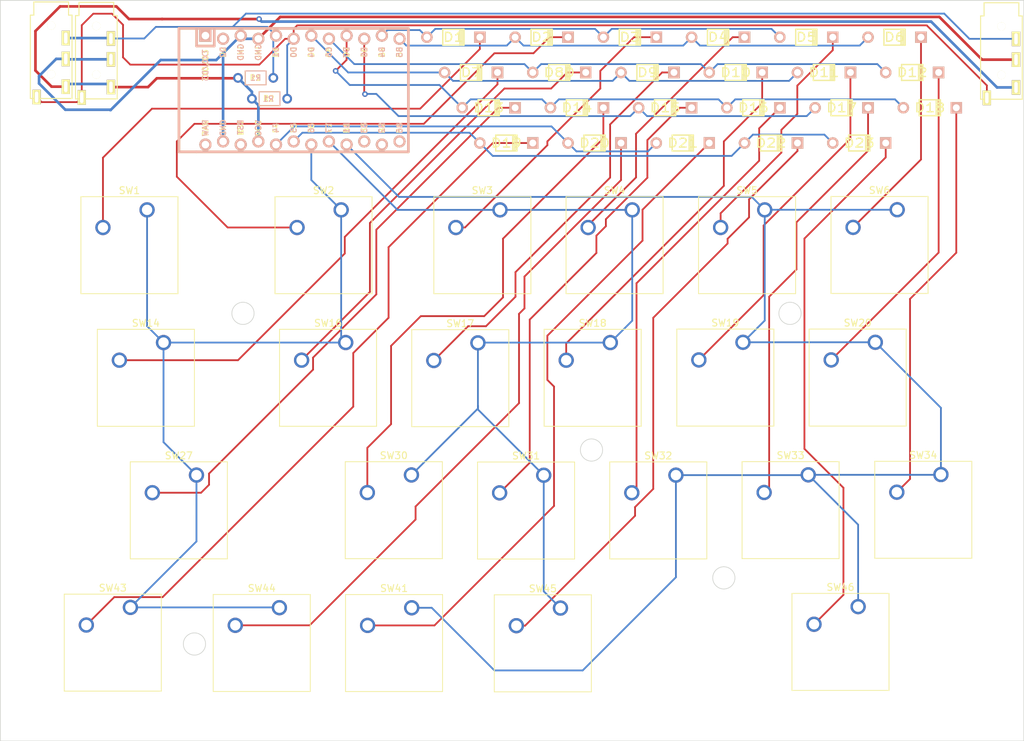
<source format=kicad_pcb>
(kicad_pcb (version 20221018) (generator pcbnew)
  (layers (0 "F.Cu" signal) (31 "B.Cu" signal) (34 "B.Paste" user) (35 "F.Paste" user) (36 "B.SilkS" user "B.Silkscreen") (37 "F.SilkS" user "F.Silkscreen") (38 "B.Mask" user) (39 "F.Mask" user) (44 "Edge.Cuts" user))
  (net 0 "")
  (net 1 "GND")
  (net 2 "VCC")
  (net 3 "SCL")
  (net 4 "SDA")
  (net 5 "col2")
  (net 6 "Net-(D42-A)")
  (net 7 "col0")
  (net 8 "Net-(D25-A)")
  (net 9 "Net-(D41-A)")
  (net 10 "Net-(D14-A)")
  (net 11 "Net-(D1-A)")
  (net 12 "Net-(D38-A)")
  (net 13 "col1")
  (net 14 "Net-(D40-A)")
  (net 15 "Net-(D16-A)")
  (net 16 "Net-(D17-A)")
  (net 17 "Net-(D18-A)")
  (net 18 "Net-(D19-A)")
  (net 19 "Net-(D3-A)")
  (net 20 "Net-(D4-A)")
  (net 21 "Net-(D5-A)")
  (net 22 "Net-(D28-A)")
  (net 23 "Net-(D29-A)")
  (net 24 "Net-(D30-A)")
  (net 25 "col3")
  (net 26 "Net-(D31-A)")
  (net 27 "Net-(D27-A)")
  (net 28 "Net-(D6-A)")
  (net 29 "Net-(D39-A)")
  (net 30 "Net-(D2-A)")
  (net 31 "Net-(D15-A)")
  (net 32 "rowA")
  (net 33 "rowB")
  (net 34 "rowF")
  (net 35 "rowE")
  (net 36 "rowD")
  (net 37 "rowC")
  (net 38 "rowG")
  (net 39 "rowH")
  (footprint "Button_Switch_Keyboard:SW_Cherry_MX_1.00u_PCB" (layer "F.Cu") (at 104.895345 103.921782)
    (fp_text reference "SW30")
    (fp_text value "KEYSW")
  )
  (footprint "Library:Diode" (layer "F.Cu") (at 179.51 51.0286)
    (fp_text reference "D18")
    (fp_text value "VAL**" hide)
  )
  (footprint "Library:Diode" (layer "F.Cu") (at 128.71 51.0286)
    (fp_text reference "D14")
    (fp_text value "VAL**" hide)
  )
  (footprint "Button_Switch_Keyboard:SW_Cherry_MX_1.00u_PCB" (layer "F.Cu") (at 142.962981 103.948147)
    (fp_text reference "SW32")
    (fp_text value "KEYSW")
  )
  (footprint "Library:Diode" (layer "F.Cu") (at 166.81 51.0286)
    (fp_text reference "D17")
    (fp_text value "VAL**" hide)
  )
  (footprint "Library:Diode" (layer "F.Cu") (at 161.73 40.8686)
    (fp_text reference "D5")
    (fp_text value "VAL**" hide)
  )
  (footprint "Button_Switch_Keyboard:SW_Cherry_MX_1.75u_PCB" (layer "F.Cu") (at 69.207054 84.851708)
    (fp_text reference "SW14")
    (fp_text value "KEYSW")
  )
  (footprint "Button_Switch_Keyboard:SW_Cherry_MX_1.00u_PCB" (layer "F.Cu") (at 181.107927 103.864219)
    (fp_text reference "SW34")
    (fp_text value "KEYSW")
  )
  (footprint "Library:TRRS" (layer "F.Cu") (at 59.538749 37.755427)
    (fp_text reference "J2" hide)
    (fp_text value "4PIN" hide)
  )
  (footprint "Button_Switch_Keyboard:SW_Cherry_MX_1.00u_PCB" (layer "F.Cu") (at 136.675018 65.739088)
    (fp_text reference "SW4")
    (fp_text value "KEYSW")
  )
  (footprint "Library:Diode" (layer "F.Cu") (at 154.11 51.0286)
    (fp_text reference "D16")
    (fp_text value "VAL**" hide)
  )
  (footprint "Button_Switch_Keyboard:SW_Cherry_MX_2.25u_PCB" (layer "F.Cu") (at 73.949236 103.939636)
    (fp_text reference "SW27")
    (fp_text value "KEYSW")
  )
  (footprint "Library:Diode" (layer "F.Cu") (at 143.95 56.1086)
    (fp_text reference "D21")
    (fp_text value "VAL**" hide)
  )
  (footprint "Library:Diode" (layer "F.Cu") (at 169.35 56.1086)
    (fp_text reference "D23")
    (fp_text value "VAL**" hide)
  )
  (footprint "Button_Switch_Keyboard:SW_Cherry_MX_1.00u_PCB" (layer "F.Cu") (at 174.813382 65.719273)
    (fp_text reference "SW6")
    (fp_text value "KEYSW")
  )
  (footprint "Library:Diode" (layer "F.Cu") (at 141.41 51.0286)
    (fp_text reference "D15")
    (fp_text value "VAL**" hide)
  )
  (footprint "Button_Switch_Keyboard:SW_Cherry_MX_1.00u_PCB" (layer "F.Cu") (at 162.012072 103.906183)
    (fp_text reference "SW33")
    (fp_text value "KEYSW")
  )
  (footprint "Button_Switch_Keyboard:SW_Cherry_MX_1.00u_PCB" (layer "F.Cu") (at 114.463054 84.896689)
    (fp_text reference "SW17")
    (fp_text value "KEYSW")
  )
  (footprint "Button_Switch_Keyboard:SW_Cherry_MX_1.00u_PCB" (layer "F.Cu") (at 94.78 65.74)
    (fp_text reference "SW2")
    (fp_text value "KEYSW")
  )
  (footprint "Button_Switch_Keyboard:SW_Cherry_MX_1.50u_PCB" (layer "F.Cu") (at 66.84 65.74)
    (fp_text reference "SW1")
    (fp_text value "KEYSW")
  )
  (footprint "Library:Diode" (layer "F.Cu") (at 149.03 40.8686)
    (fp_text reference "D4")
    (fp_text value "VAL**" hide)
  )
  (footprint "Button_Switch_Keyboard:SW_Cherry_MX_1.25u_PCB" (layer "F.Cu") (at 126.345347 123.093781)
    (fp_text reference "SW45")
    (fp_text value "KEYSW")
  )
  (footprint "Button_Switch_Keyboard:SW_Cherry_MX_1.00u_PCB" (layer "F.Cu") (at 152.614617 84.812728)
    (fp_text reference "SW19")
    (fp_text value "KEYSW")
  )
  (footprint "Button_Switch_Keyboard:SW_Cherry_MX_1.00u_PCB" (layer "F.Cu") (at 104.932509 123.053601)
    (fp_text reference "SW41")
    (fp_text value "KEYSW")
  )
  (footprint "Button_Switch_Keyboard:SW_Cherry_MX_1.25u_PCB" (layer "F.Cu") (at 64.445381 122.999055)
    (fp_text reference "SW43")
    (fp_text value "KEYSW")
  )
  (footprint "Library:RESISTOR" (layer "F.Cu") (at 82.47 46.7286)
    (fp_text reference "R1")
    (fp_text value "R" hide)
  )
  (footprint "Library:Diode" (layer "F.Cu") (at 116.01 51.0286)
    (fp_text reference "D13")
    (fp_text value "VAL**" hide)
  )
  (footprint "Library:Diode" (layer "F.Cu") (at 131.25 56.1086)
    (fp_text reference "D20")
    (fp_text value "VAL**" hide)
  )
  (footprint "Library:Diode" (layer "F.Cu") (at 126.17 45.9486)
    (fp_text reference "D8D")
    (fp_text value "VAL**" hide)
  )
  (footprint "Library:Diode" (layer "F.Cu") (at 138.87 45.9486)
    (fp_text reference "D9")
    (fp_text value "VAL**" hide)
  )
  (footprint "Library:Diode" (layer "F.Cu") (at 118.55 56.1086)
    (fp_text reference "D19")
    (fp_text value "VAL**" hide)
  )
  (footprint "Library:Diode" (layer "F.Cu") (at 151.57 45.9486)
    (fp_text reference "D10")
    (fp_text value "VAL**" hide)
  )
  (footprint "Library:Diode" (layer "F.Cu") (at 110.93 40.8686)
    (fp_text reference "D1")
    (fp_text value "VAL**" hide)
  )
  (footprint "Library:Diode" (layer "F.Cu") (at 123.63 40.8686)
    (fp_text reference "D2")
    (fp_text value "VAL**" hide)
  )
  (footprint "Library:Diode" (layer "F.Cu") (at 176.97 45.9486)
    (fp_text reference "D12")
    (fp_text value "VAL**" hide)
  )
  (footprint "Library:Diode" (layer "F.Cu") (at 164.27 45.9486)
    (fp_text reference "D11")
    (fp_text value "VAL**" hide)
  )
  (footprint "Library:Diode" (layer "F.Cu") (at 174.43 40.8686)
    (fp_text reference "D6")
    (fp_text value "VAL**" hide)
  )
  (footprint "Button_Switch_Keyboard:SW_Cherry_MX_1.00u_PCB" (layer "F.Cu") (at 155.747491 65.739088)
    (fp_text reference "SW5")
    (fp_text value "KEYSW")
  )
  (footprint "Button_Switch_Keyboard:SW_Cherry_MX_1.00u_PCB" (layer "F.Cu") (at 123.934254 103.962546)
    (fp_text reference "SW31")
    (fp_text value "KEYSW")
  )
  (footprint "Library:Diode" (layer "F.Cu") (at 113.47 45.9486)
    (fp_text reference "D7")
    (fp_text value "VAL**" hide)
  )
  (footprint "Library:Diode" (layer "F.Cu") (at 156.65 56.1086)
    (fp_text reference "D22")
    (fp_text value "VAL**" hide)
  )
  (footprint "Button_Switch_Keyboard:SW_Cherry_MX_2.25u_PCB" (layer "F.Cu") (at 169.190254 122.889456)
    (fp_text reference "SW46")
    (fp_text value "KEYSW")
  )
  (footprint "Button_Switch_Keyboard:SW_Cherry_MX_1.00u_PCB" (layer "F.Cu") (at 171.666109 84.812728)
    (fp_text reference "SW20")
    (fp_text value "KEYSW")
  )
  (footprint "Library:TRRS" (layer "F.Cu") (at 189.819194 37.803123)
    (fp_text reference "J2" hide)
    (fp_text value "4PIN" hide)
  )
  (footprint "Button_Switch_Keyboard:SW_Cherry_MX_1.00u_PCB" (layer "F.Cu") (at 85.8888 123.041019)
    (fp_text reference "SW44")
    (fp_text value "KEYSW")
  )
  (footprint "Button_Switch_Keyboard:SW_Cherry_MX_1.00u_PCB" (layer "F.Cu") (at 117.64 65.74)
    (fp_text reference "SW3")
    (fp_text value "KEYSW")
  )
  (footprint "Button_Switch_Keyboard:SW_Cherry_MX_1.00u_PCB" (layer "F.Cu") (at 133.521162 84.854691)
    (fp_text reference "SW18")
    (fp_text value "KEYSW")
  )
  (footprint "Button_Switch_Keyboard:SW_Cherry_MX_1.00u_PCB" (layer "F.Cu") (at 95.431345 84.848725)
    (fp_text reference "SW16")
    (fp_text value "KEYSW")
  )
  (footprint "Library:Diode" (layer "F.Cu") (at 136.33 40.8686)
    (fp_text reference "D3")
    (fp_text value "VAL**" hide)
  )
  (footprint "Library:TRRS" (layer "F.Cu") (at 53.038749 37.692927)
    (fp_text reference "J2" hide)
    (fp_text value "4PIN" hide)
  )
  (footprint "Library:RESISTOR" (layer "F.Cu") (at 84.47 49.7286)
    (fp_text reference "R2")
    (fp_text value "R" hide)
  )
  (footprint "Library:ArduinoProMicro-ZigZag" (layer "B.Cu") (at 89.21 48.4886)
    (fp_text reference "U1" hide)
    (fp_text value "ProMicro-18mil-offset" hide)
  )
  (gr_line (start 193.04 142.24) (end 45.72 142.24) (stroke (width 0.1)) (layer "Edge.Cuts"))
  (gr_circle (center 130.81 100.33) (end 132.41 100.33) (stroke (width 0.1)) (fill none) (layer "Edge.Cuts"))
  (gr_line (start 193.04 35.56) (end 193.04 142.24) (stroke (width 0.1)) (layer "Edge.Cuts"))
  (gr_circle (center 149.86 118.745) (end 151.46 118.745) (stroke (width 0.1)) (fill none) (layer "Edge.Cuts"))
  (gr_circle (center 73.66 128.27) (end 75.26 128.27) (stroke (width 0.1)) (fill none) (layer "Edge.Cuts"))
  (gr_line (start 45.72 142.24) (end 45.72 35.56) (stroke (width 0.1)) (layer "Edge.Cuts"))
  (gr_circle (center 159.385 80.645) (end 160.985 80.645) (stroke (width 0.1)) (fill none) (layer "Edge.Cuts"))
  (gr_circle (center 80.645 80.645) (end 82.245 80.645) (stroke (width 0.1)) (fill none) (layer "Edge.Cuts"))
  (gr_line (start 45.72 35.56) (end 193.04 35.56) (stroke (width 0.1)) (layer "Edge.Cuts"))
  (segment (start 187.036318 44.103123) (end 191.919194 44.103123) (width 0.381) (layer "F.Cu") (net 1))
  (segment (start 86.009194 37.948006) (end 180.881201 37.948006) (width 0.381) (layer "F.Cu") (net 1))
  (segment (start 180.881201 37.948006) (end 187.036318 44.103123) (width 0.381) (layer "F.Cu") (net 1))
  (segment (start 82.86 41.0972) (end 86.009194 37.948006) (width 0.381) (layer "F.Cu") (net 1))
  (segment (start 77.78 55.88) (end 77.78 43.18) (width 0.381) (layer "B.Cu") (net 1))
  (segment (start 55.201249 44.055427) (end 55.138749 43.992927) (width 0.381) (layer "B.Cu") (net 1))
  (segment (start 55.072899 51.317324) (end 51.293196 47.537621) (width 0.381) (layer "B.Cu") (net 1))
  (segment (start 61.510399 51.317324) (end 55.072899 51.317324) (width 0.381) (layer "B.Cu") (net 1))
  (segment (start 77.78 43.18) (end 80.32 40.64) (width 0.381) (layer "B.Cu") (net 1))
  (segment (start 61.572899 51.379824) (end 61.510399 51.317324) (width 0.381) (layer "B.Cu") (net 1))
  (segment (start 80.7772 41.0972) (end 80.32 40.64) (width 0.381) (layer "B.Cu") (net 1))
  (segment (start 51.293196 46.461334) (end 53.761603 43.992927) (width 0.381) (layer "B.Cu") (net 1))
  (segment (start 76.804822 44.155178) (end 68.797545 44.155178) (width 0.381) (layer "B.Cu") (net 1))
  (segment (start 51.293196 47.537621) (end 51.293196 46.461334) (width 0.381) (layer "B.Cu") (net 1))
  (segment (start 82.86 41.0972) (end 80.7772 41.0972) (width 0.381) (layer "B.Cu") (net 1))
  (segment (start 68.797545 44.155178) (end 61.572899 51.379824) (width 0.381) (layer "B.Cu") (net 1))
  (segment (start 77.78 43.18) (end 76.804822 44.155178) (width 0.381) (layer "B.Cu") (net 1))
  (segment (start 53.761603 43.992927) (end 55.138749 43.992927) (width 0.381) (layer "B.Cu") (net 1))
  (segment (start 61.638749 44.055427) (end 55.201249 44.055427) (width 0.381) (layer "B.Cu") (net 1))
  (segment (start 82.962405 38.251993) (end 82.962405 38.302658) (width 0.381) (layer "F.Cu") (net 2))
  (segment (start 53.097102 47.992927) (end 50.772899 45.668724) (width 0.381) (layer "F.Cu") (net 2))
  (segment (start 79.876028 46.782572) (end 68.247275 46.782572) (width 0.381) (layer "F.Cu") (net 2))
  (segment (start 54.320305 36.434225) (end 62.415853 36.434225) (width 0.381) (layer "F.Cu") (net 2))
  (segment (start 64.234267 38.252639) (end 69.007764 38.252639) (width 0.381) (layer "F.Cu") (net 2))
  (segment (start 69.007764 38.252639) (end 69.00841 38.251993) (width 0.381) (layer "F.Cu") (net 2))
  (segment (start 50.772899 45.668724) (end 50.772899 39.981631) (width 0.381) (layer "F.Cu") (net 2))
  (segment (start 66.97442 48.055427) (end 61.638749 48.055427) (width 0.381) (layer "F.Cu") (net 2))
  (segment (start 79.93 46.7286) (end 79.876028 46.782572) (width 0.381) (layer "F.Cu") (net 2))
  (segment (start 55.138749 47.992927) (end 53.097102 47.992927) (width 0.381) (layer "F.Cu") (net 2))
  (segment (start 82.962405 38.302658) (end 82.937073 38.277326) (width 0.381) (layer "F.Cu") (net 2))
  (segment (start 69.00841 38.251993) (end 82.962405 38.251993) (width 0.381) (layer "F.Cu") (net 2))
  (segment (start 68.247275 46.782572) (end 66.97442 48.055427) (width 0.381) (layer "F.Cu") (net 2))
  (segment (start 62.415853 36.434225) (end 64.234267 38.252639) (width 0.381) (layer "F.Cu") (net 2))
  (segment (start 50.772899 39.981631) (end 54.320305 36.434225) (width 0.381) (layer "F.Cu") (net 2))
  (via (at 82.962405 38.251993) (size 0.8) (drill 0.4) (layers "F.Cu" "B.Cu") (net 2))
  (segment (start 82.86 50.6586) (end 81.93 49.7286) (width 0.381) (layer "B.Cu") (net 2))
  (segment (start 55.526007 47.605669) (end 55.138749 47.992927) (width 0.381) (layer "B.Cu") (net 2))
  (segment (start 55.135399 48.379824) (end 55.072899 48.317324) (width 0.254) (layer "B.Cu") (net 2))
  (segment (start 81.93 49.7286) (end 81.93 48.7286) (width 0.381) (layer "B.Cu") (net 2))
  (segment (start 81.93 48.7286) (end 79.93 46.7286) (width 0.381) (layer "B.Cu") (net 2))
  (segment (start 61.188991 47.605669) (end 55.526007 47.605669) (width 0.381) (layer "B.Cu") (net 2))
  (segment (start 83.329403 38.618991) (end 179.697336 38.618991) (width 0.381) (layer "B.Cu") (net 2))
  (segment (start 82.86 55.88) (end 82.86 50.6586) (width 0.381) (layer "B.Cu") (net 2))
  (segment (start 61.638749 48.055427) (end 61.188991 47.605669) (width 0.381) (layer "B.Cu") (net 2))
  (segment (start 82.962405 38.251993) (end 83.329403 38.618991) (width 0.381) (layer "B.Cu") (net 2))
  (segment (start 179.697336 38.618991) (end 189.181468 48.103123) (width 0.381) (layer "B.Cu") (net 2))
  (segment (start 189.181468 48.103123) (end 191.919194 48.103123) (width 0.381) (layer "B.Cu") (net 2))
  (segment (start 59.097179 37.486389) (end 57.438749 39.144819) (width 0.254) (layer "F.Cu") (net 3))
  (segment (start 87.94 41.0972) (end 87.94 39.68) (width 0.254) (layer "F.Cu") (net 3))
  (segment (start 187.719194 47.814655) (end 187.719194 49.603123) (width 0.254) (layer "F.Cu") (net 3))
  (segment (start 57.438749 39.144819) (end 57.438749 49.555427) (width 0.254) (layer "F.Cu") (net 3))
  (segment (start 179.068471 39.163932) (end 187.719194 47.814655) (width 0.254) (layer "F.Cu") (net 3))
  (segment (start 57.438749 49.794574) (end 57.438749 49.555427) (width 0.254) (layer "F.Cu") (net 3))
  (segment (start 51.663748 50.217926) (end 50.938749 49.492927) (width 0.254) (layer "F.Cu") (net 3))
  (segment (start 56.77625 50.217926) (end 51.663748 50.217926) (width 0.254) (layer "F.Cu") (net 3))
  (segment (start 63.378339 39.082324) (end 61.782404 37.486389) (width 0.254) (layer "F.Cu") (net 3))
  (segment (start 63.378339 43.77344) (end 63.378339 39.082324) (width 0.254) (layer "F.Cu") (net 3))
  (segment (start 87.94 41.0972) (end 86.720891 41.0972) (width 0.254) (layer "F.Cu") (net 3))
  (segment (start 87.94 39.68) (end 88.456068 39.163932) (width 0.254) (layer "F.Cu") (net 3))
  (segment (start 82.998453 44.819638) (end 64.424537 44.819638) (width 0.254) (layer "F.Cu") (net 3))
  (segment (start 86.720891 41.0972) (end 82.998453 44.819638) (width 0.254) (layer "F.Cu") (net 3))
  (segment (start 88.456068 39.163932) (end 179.068471 39.163932) (width 0.254) (layer "F.Cu") (net 3))
  (segment (start 64.424537 44.819638) (end 63.378339 43.77344) (width 0.254) (layer "F.Cu") (net 3))
  (segment (start 61.782404 37.486389) (end 59.097179 37.486389) (width 0.254) (layer "F.Cu") (net 3))
  (segment (start 57.438749 49.555427) (end 56.77625 50.217926) (width 0.254) (layer "F.Cu") (net 3))
  (segment (start 87.01 49.7286) (end 87.01 42.0272) (width 0.254) (layer "B.Cu") (net 3))
  (segment (start 87.01 42.0272) (end 87.94 41.0972) (width 0.254) (layer "B.Cu") (net 3))
  (segment (start 185.216035 41.103123) (end 181.583905 37.470993) (width 0.254) (layer "B.Cu") (net 4))
  (segment (start 191.919194 41.103123) (end 185.216035 41.103123) (width 0.254) (layer "B.Cu") (net 4))
  (segment (start 85.01 46.7286) (end 85.01 41.03) (width 0.254) (layer "B.Cu") (net 4))
  (segment (start 61.638749 41.055427) (end 66.435673 41.055427) (width 0.254) (layer "B.Cu") (net 4))
  (segment (start 85.4 40.64) (end 84.1427 39.3827) (width 0.254) (layer "B.Cu") (net 4))
  (segment (start 61.576249 40.992927) (end 61.638749 41.055427) (width 0.381) (layer "B.Cu") (net 4))
  (segment (start 81.074267 37.470993) (end 79.16256 39.3827) (width 0.254) (layer "B.Cu") (net 4))
  (segment (start 66.435673 41.055427) (end 68.1084 39.3827) (width 0.254) (layer "B.Cu") (net 4))
  (segment (start 68.1084 39.3827) (end 84.1427 39.3827) (width 0.254) (layer "B.Cu") (net 4))
  (segment (start 55.201249 41.055427) (end 55.138749 40.992927) (width 0.381) (layer "B.Cu") (net 4))
  (segment (start 85.01 41.03) (end 85.4 40.64) (width 0.254) (layer "B.Cu") (net 4))
  (segment (start 55.138749 40.992927) (end 61.576249 40.992927) (width 0.381) (layer "B.Cu") (net 4))
  (segment (start 79.16256 39.3827) (end 84.1427 39.3827) (width 0.254) (layer "B.Cu") (net 4))
  (segment (start 181.583905 37.470993) (end 81.074267 37.470993) (width 0.254) (layer "B.Cu") (net 4))
  (segment (start 153.880033 63.87163) (end 155.747491 65.739088) (width 0.254) (layer "B.Cu") (net 5))
  (segment (start 181.107927 103.864219) (end 181.107927 94.254546) (width 0.254) (layer "B.Cu") (net 5))
  (segment (start 95.56 56.3372) (end 103.09443 63.87163) (width 0.254) (layer "B.Cu") (net 5))
  (segment (start 142.962981 118.657019) (end 129.54 132.08) (width 0.254) (layer "B.Cu") (net 5))
  (segment (start 162.012072 103.906183) (end 181.065963 103.906183) (width 0.254) (layer "B.Cu") (net 5))
  (segment (start 103.09443 63.87163) (end 153.880033 63.87163) (width 0.254) (layer "B.Cu") (net 5))
  (segment (start 171.666109 84.812728) (end 152.614617 84.812728) (width 0.254) (layer "B.Cu") (net 5))
  (segment (start 169.190254 122.889456) (end 169.190254 111.084365) (width 0.254) (layer "B.Cu") (net 5))
  (segment (start 181.107927 94.254546) (end 171.666109 84.812728) (width 0.254) (layer "B.Cu") (net 5))
  (segment (start 161.970108 103.948147) (end 162.012072 103.906183) (width 0.254) (layer "B.Cu") (net 5))
  (segment (start 174.813382 65.719273) (end 155.767306 65.719273) (width 0.254) (layer "B.Cu") (net 5))
  (segment (start 129.54 132.08) (end 116.84 132.08) (width 0.254) (layer "B.Cu") (net 5))
  (segment (start 116.84 132.08) (end 107.813601 123.053601) (width 0.254) (layer "B.Cu") (net 5))
  (segment (start 181.065963 103.906183) (end 181.107927 103.864219) (width 0.254) (layer "B.Cu") (net 5))
  (segment (start 155.747491 81.679854) (end 152.614617 84.812728) (width 0.254) (layer "B.Cu") (net 5))
  (segment (start 142.962981 103.948147) (end 161.970108 103.948147) (width 0.254) (layer "B.Cu") (net 5))
  (segment (start 155.747491 65.739088) (end 155.747491 81.679854) (width 0.254) (layer "B.Cu") (net 5))
  (segment (start 107.813601 123.053601) (end 104.932509 123.053601) (width 0.254) (layer "B.Cu") (net 5))
  (segment (start 142.962981 103.948147) (end 142.962981 118.657019) (width 0.254) (layer "B.Cu") (net 5))
  (segment (start 169.190254 111.084365) (end 162.012072 103.906183) (width 0.254) (layer "B.Cu") (net 5))
  (segment (start 155.767306 65.719273) (end 155.747491 65.739088) (width 0.254) (layer "B.Cu") (net 5))
  (segment (start 138.156018 65.712582) (end 147.76 56.1086) (width 0.254) (layer "F.Cu") (net 6))
  (segment (start 125.415254 108.388788) (end 125.415254 91.18968) (width 0.254) (layer "F.Cu") (net 6))
  (segment (start 108.210441 125.593601) (end 125.415254 108.388788) (width 0.254) (layer "F.Cu") (net 6))
  (segment (start 124.46 90.234426) (end 124.46 83.861348) (width 0.254) (layer "F.Cu") (net 6))
  (segment (start 138.156018 70.16533) (end 138.156018 65.712582) (width 0.254) (layer "F.Cu") (net 6))
  (segment (start 98.582509 125.593601) (end 108.210441 125.593601) (width 0.254) (layer "F.Cu") (net 6))
  (segment (start 125.415254 91.18968) (end 124.46 90.234426) (width 0.254) (layer "F.Cu") (net 6))
  (segment (start 124.46 83.861348) (end 138.156018 70.16533) (width 0.254) (layer "F.Cu") (net 6))
  (segment (start 90.48 61.44) (end 94.78 65.74) (width 0.254) (layer "B.Cu") (net 7))
  (segment (start 66.84 82.484654) (end 69.207054 84.851708) (width 0.254) (layer "B.Cu") (net 7))
  (segment (start 85.846836 122.999055) (end 85.8888 123.041019) (width 0.254) (layer "B.Cu") (net 7))
  (segment (start 69.207054 99.197454) (end 73.949236 103.939636) (width 0.254) (layer "B.Cu") (net 7))
  (segment (start 73.949236 113.4952) (end 64.445381 122.999055) (width 0.254) (layer "B.Cu") (net 7))
  (segment (start 95.428362 84.851708) (end 95.431345 84.848725) (width 0.254) (layer "B.Cu") (net 7))
  (segment (start 69.207054 84.851708) (end 95.428362 84.851708) (width 0.254) (layer "B.Cu") (net 7))
  (segment (start 73.949236 103.939636) (end 73.949236 113.4952) (width 0.254) (layer "B.Cu") (net 7))
  (segment (start 90.48 56.3372) (end 90.48 61.44) (width 0.254) (layer "B.Cu") (net 7))
  (segment (start 64.445381 122.999055) (end 85.846836 122.999055) (width 0.254) (layer "B.Cu") (net 7))
  (segment (start 94.78 65.74) (end 94.78 84.19738) (width 0.254) (layer "B.Cu") (net 7))
  (segment (start 94.78 84.19738) (end 95.431345 84.848725) (width 0.254) (layer "B.Cu") (net 7))
  (segment (start 66.84 65.74) (end 66.84 82.484654) (width 0.254) (layer "B.Cu") (net 7))
  (segment (start 69.207054 84.851708) (end 69.207054 99.197454) (width 0.254) (layer "B.Cu") (net 7))
  (segment (start 75.758766 105.336828) (end 74.615958 106.479636) (width 0.254) (layer "F.Cu") (net 8))
  (segment (start 119.82 51.0286) (end 117.403603 51.0286) (width 0.254) (layer "F.Cu") (net 8))
  (segment (start 74.615958 106.479636) (end 67.599236 106.479636) (width 0.254) (layer "F.Cu") (net 8))
  (segment (start 90.73167 87.01643) (end 90.73167 88.749297) (width 0.254) (layer "F.Cu") (net 8))
  (segment (start 75.758766 103.722201) (end 75.758766 105.336828) (width 0.254) (layer "F.Cu") (net 8))
  (segment (start 99.839971 77.908129) (end 90.73167 87.01643) (width 0.254) (layer "F.Cu") (net 8))
  (segment (start 90.73167 88.749297) (end 75.758766 103.722201) (width 0.254) (layer "F.Cu") (net 8))
  (segment (start 117.403603 51.0286) (end 99.839971 68.592232) (width 0.254) (layer "F.Cu") (net 8))
  (segment (start 99.839971 68.592232) (end 99.839971 77.908129) (width 0.254) (layer "F.Cu") (net 8))
  (segment (start 173.16 56.1086) (end 173.16 58.175362) (width 0.254) (layer "F.Cu") (net 9))
  (segment (start 173.16 58.175362) (end 161.461813 69.873549) (width 0.254) (layer "F.Cu") (net 9))
  (segment (start 167.075852 105.772226) (end 167.075852 121.193858) (width 0.254) (layer "F.Cu") (net 9))
  (segment (start 161.461813 100.158187) (end 167.075852 105.772226) (width 0.254) (layer "F.Cu") (net 9))
  (segment (start 161.461813 69.873549) (end 161.461813 100.158187) (width 0.254) (layer "F.Cu") (net 9))
  (segment (start 167.075852 121.193858) (end 162.840254 125.429456) (width 0.254) (layer "F.Cu") (net 9))
  (segment (start 117.28 45.9486) (end 117.28 47.654849) (width 0.254) (layer "F.Cu") (net 10))
  (segment (start 117.28 47.654849) (end 95.29685 69.637999) (width 0.254) (layer "F.Cu") (net 10))
  (segment (start 95.29685 69.637999) (end 95.29685 72.022579) (width 0.254) (layer "F.Cu") (net 10))
  (segment (start 79.927721 87.391708) (end 62.857054 87.391708) (width 0.254) (layer "F.Cu") (net 10))
  (segment (start 95.29685 72.022579) (end 79.927721 87.391708) (width 0.254) (layer "F.Cu") (net 10))
  (segment (start 60.49 58.221663) (end 60.49 68.28) (width 0.254) (layer "F.Cu") (net 11))
  (segment (start 114.74 40.8686) (end 114.74 42.574849) (width 0.254) (layer "F.Cu") (net 11))
  (segment (start 67.5501 51.161563) (end 60.49 58.221663) (width 0.254) (layer "F.Cu") (net 11))
  (segment (start 114.74 42.574849) (end 106.153286 51.161563) (width 0.254) (layer "F.Cu") (net 11))
  (segment (start 106.153286 51.161563) (end 67.5501 51.161563) (width 0.254) (layer "F.Cu") (net 11))
  (segment (start 96.52 94.078423) (end 69.080368 121.518055) (width 0.254) (layer "F.Cu") (net 12))
  (segment (start 101.6 71.12) (end 101.6 81.28) (width 0.254) (layer "F.Cu") (net 12))
  (segment (start 96.52 86.36) (end 96.52 94.078423) (width 0.254) (layer "F.Cu") (net 12))
  (segment (start 62.116381 121.518055) (end 58.095381 125.539055) (width 0.254) (layer "F.Cu") (net 12))
  (segment (start 101.6 81.28) (end 96.52 86.36) (width 0.254) (layer "F.Cu") (net 12))
  (segment (start 116.6114 56.1086) (end 101.6 71.12) (width 0.254) (layer "F.Cu") (net 12))
  (segment (start 122.36 56.1086) (end 116.6114 56.1086) (width 0.254) (layer "F.Cu") (net 12))
  (segment (start 69.080368 121.518055) (end 62.116381 121.518055) (width 0.254) (layer "F.Cu") (net 12))
  (segment (start 114.463054 94.354073) (end 114.463054 93.98) (width 0.254) (layer "B.Cu") (net 13))
  (segment (start 117.64 65.74) (end 136.674106 65.74) (width 0.254) (layer "B.Cu") (net 13))
  (segment (start 114.505052 84.854691) (end 114.463054 84.896689) (width 0.254) (layer "B.Cu") (net 13))
  (segment (start 93.02 55.88) (end 102.88 65.74) (width 0.254) (layer "B.Cu") (net 13))
  (segment (start 102.88 65.74) (end 117.64 65.74) (width 0.254) (layer "B.Cu") (net 13))
  (segment (start 104.895345 103.921782) (end 114.463054 94.354073) (width 0.254) (layer "B.Cu") (net 13))
  (segment (start 136.674106 65.74) (end 136.675018 65.739088) (width 0.254) (layer "B.Cu") (net 13))
  (segment (start 136.675018 81.700835) (end 133.521162 84.854691) (width 0.254) (layer "B.Cu") (net 13))
  (segment (start 114.463054 94.491346) (end 123.934254 103.962546) (width 0.254) (layer "B.Cu") (net 13))
  (segment (start 133.521162 84.854691) (end 114.505052 84.854691) (width 0.254) (layer "B.Cu") (net 13))
  (segment (start 123.934254 103.962546) (end 123.934254 120.682688) (width 0.254) (layer "B.Cu") (net 13))
  (segment (start 123.934254 120.682688) (end 126.345347 123.093781) (width 0.254) (layer "B.Cu") (net 13))
  (segment (start 114.463054 84.896689) (end 114.463054 93.98) (width 0.254) (layer "B.Cu") (net 13))
  (segment (start 114.463054 93.98) (end 114.463054 94.491346) (width 0.254) (layer "B.Cu") (net 13))
  (segment (start 136.675018 65.739088) (end 136.675018 81.700835) (width 0.254) (layer "B.Cu") (net 13))
  (segment (start 139.7 105.929128) (end 139.7 81.28) (width 0.254) (layer "F.Cu") (net 14))
  (segment (start 137.082151 108.546977) (end 139.7 105.929128) (width 0.254) (layer "F.Cu") (net 14))
  (segment (start 150.401882 69.904609) (end 153.489882 66.816609) (width 0.254) (layer "F.Cu") (net 14))
  (segment (start 160.46 57.251837) (end 160.46 56.1086) (width 0.254) (layer "F.Cu") (net 14))
  (segment (start 119.995347 125.633781) (end 121.252235 125.633781) (width 0.254) (layer "F.Cu") (net 14))
  (segment (start 121.252235 125.633781) (end 137.082151 109.803865) (width 0.254) (layer "F.Cu") (net 14))
  (segment (start 139.7 81.28) (end 150.401882 70.578118) (width 0.254) (layer "F.Cu") (net 14))
  (segment (start 153.489882 66.816609) (end 153.489882 64.221955) (width 0.254) (layer "F.Cu") (net 14))
  (segment (start 137.082151 109.803865) (end 137.082151 108.546977) (width 0.254) (layer "F.Cu") (net 14))
  (segment (start 150.401882 70.578118) (end 150.401882 69.904609) (width 0.254) (layer "F.Cu") (net 14))
  (segment (start 153.489882 64.221955) (end 160.46 57.251837) (width 0.254) (layer "F.Cu") (net 14))
  (segment (start 115.621426 82.498574) (end 113.051169 82.498574) (width 0.254) (layer "F.Cu") (net 15))
  (segment (start 140.973751 45.9486) (end 133.49385 53.428501) (width 0.254) (layer "F.Cu") (net 15))
  (segment (start 133.49385 61.090176) (end 119.870324 74.713702) (width 0.254) (layer "F.Cu") (net 15))
  (segment (start 142.68 45.9486) (end 140.973751 45.9486) (width 0.254) (layer "F.Cu") (net 15))
  (segment (start 113.051169 82.498574) (end 108.113054 87.436689) (width 0.254) (layer "F.Cu") (net 15))
  (segment (start 119.870324 78.249676) (end 115.621426 82.498574) (width 0.254) (layer "F.Cu") (net 15))
  (segment (start 119.870324 74.713702) (end 119.870324 78.249676) (width 0.254) (layer "F.Cu") (net 15))
  (segment (start 133.49385 53.428501) (end 133.49385 61.090176) (width 0.254) (layer "F.Cu") (net 15))
  (segment (start 149.86 55.88) (end 149.86 62.285195) (width 0.254) (layer "F.Cu") (net 16))
  (segment (start 127.171162 84.974033) (end 127.171162 87.394691) (width 0.254) (layer "F.Cu") (net 16))
  (segment (start 155.38 50.36) (end 149.86 55.88) (width 0.254) (layer "F.Cu") (net 16))
  (segment (start 149.86 62.285195) (end 127.171162 84.974033) (width 0.254) (layer "F.Cu") (net 16))
  (segment (start 155.38 45.9486) (end 155.38 50.36) (width 0.254) (layer "F.Cu") (net 16))
  (segment (start 155.588491 78.028854) (end 146.264617 87.352728) (width 0.254) (layer "F.Cu") (net 17))
  (segment (start 155.588491 67.992539) (end 155.588491 78.028854) (width 0.254) (layer "F.Cu") (net 17))
  (segment (start 168.08 45.9486) (end 168.08 55.50103) (width 0.254) (layer "F.Cu") (net 17))
  (segment (start 168.08 55.50103) (end 155.588491 67.992539) (width 0.254) (layer "F.Cu") (net 17))
  (segment (start 165.316109 87.352728) (end 180.78 71.888837) (width 0.254) (layer "F.Cu") (net 18))
  (segment (start 180.78 71.888837) (end 180.78 45.9486) (width 0.254) (layer "F.Cu") (net 18))
  (segment (start 136.9314 40.8686) (end 132.08 45.72) (width 0.254) (layer "F.Cu") (net 19))
  (segment (start 112.6016 68.28) (end 111.29 68.28) (width 0.254) (layer "F.Cu") (net 19))
  (segment (start 140.14 40.8686) (end 136.9314 40.8686) (width 0.254) (layer "F.Cu") (net 19))
  (segment (start 124.46 56.4216) (end 112.6016 68.28) (width 0.254) (layer "F.Cu") (net 19))
  (segment (start 132.08 48.26) (end 124.46 55.88) (width 0.254) (layer "F.Cu") (net 19))
  (segment (start 124.46 55.88) (end 124.46 56.4216) (width 0.254) (layer "F.Cu") (net 19))
  (segment (start 132.08 45.72) (end 132.08 48.26) (width 0.254) (layer "F.Cu") (net 19))
  (segment (start 130.325018 67.963105) (end 137.219959 61.068164) (width 0.254) (layer "F.Cu") (net 20))
  (segment (start 137.219959 61.068164) (end 137.219959 54.782392) (width 0.254) (layer "F.Cu") (net 20))
  (segment (start 130.325018 68.279088) (end 130.325018 67.963105) (width 0.254) (layer "F.Cu") (net 20))
  (segment (start 151.133751 40.8686) (end 152.84 40.8686) (width 0.254) (layer "F.Cu") (net 20))
  (segment (start 137.219959 54.782392) (end 151.133751 40.8686) (width 0.254) (layer "F.Cu") (net 20))
  (segment (start 158.14023 54.219878) (end 160.436767 51.923341) (width 0.254) (layer "F.Cu") (net 21))
  (segment (start 149.397491 66.232263) (end 158.14023 57.489524) (width 0.254) (layer "F.Cu") (net 21))
  (segment (start 149.397491 68.279088) (end 149.397491 66.232263) (width 0.254) (layer "F.Cu") (net 21))
  (segment (start 160.436767 51.923341) (end 160.436767 47.843233) (width 0.254) (layer "F.Cu") (net 21))
  (segment (start 160.436767 47.843233) (end 165.54 42.74) (width 0.254) (layer "F.Cu") (net 21))
  (segment (start 158.14023 57.489524) (end 158.14023 54.219878) (width 0.254) (layer "F.Cu") (net 21))
  (segment (start 165.54 42.74) (end 165.54 40.8686) (width 0.254) (layer "F.Cu") (net 21))
  (segment (start 138.854782 55.687569) (end 138.854782 61.107088) (width 0.254) (layer "F.Cu") (net 22))
  (segment (start 143.513751 51.0286) (end 138.854782 55.687569) (width 0.254) (layer "F.Cu") (net 22))
  (segment (start 145.22 51.0286) (end 143.513751 51.0286) (width 0.254) (layer "F.Cu") (net 22))
  (segment (start 138.854782 61.107088) (end 132.879062 67.082808) (width 0.254) (layer "F.Cu") (net 22))
  (segment (start 131.516709 71.945102) (end 121.92 81.541811) (width 0.254) (layer "F.Cu") (net 22))
  (segment (start 132.879062 68.09159) (end 131.516709 69.453943) (width 0.254) (layer "F.Cu") (net 22))
  (segment (start 131.516709 69.453943) (end 131.516709 71.945102) (width 0.254) (layer "F.Cu") (net 22))
  (segment (start 121.92 102.1668) (end 117.584254 106.502546) (width 0.254) (layer "F.Cu") (net 22))
  (segment (start 132.879062 67.082808) (end 132.879062 68.09159) (width 0.254) (layer "F.Cu") (net 22))
  (segment (start 121.92 81.541811) (end 121.92 102.1668) (width 0.254) (layer "F.Cu") (net 22))
  (segment (start 154.948432 58.657256) (end 137.292162 76.313526) (width 0.254) (layer "F.Cu") (net 23))
  (segment (start 137.292162 76.313526) (end 137.292162 105.808966) (width 0.254) (layer "F.Cu") (net 23))
  (segment (start 157.92 51.0286) (end 154.948432 54.000168) (width 0.254) (layer "F.Cu") (net 23))
  (segment (start 154.948432 54.000168) (end 154.948432 58.657256) (width 0.254) (layer "F.Cu") (net 23))
  (segment (start 137.292162 105.808966) (end 136.612981 106.488147) (width 0.254) (layer "F.Cu") (net 23))
  (segment (start 170.62 57.2232) (end 160.312303 67.530897) (width 0.254) (layer "F.Cu") (net 24))
  (segment (start 160.312303 67.530897) (end 160.312303 74.315901) (width 0.254) (layer "F.Cu") (net 24))
  (segment (start 170.62 51.0286) (end 170.62 57.2232) (width 0.254) (layer "F.Cu") (net 24))
  (segment (start 156.385617 105.722638) (end 155.662072 106.446183) (width 0.254) (layer "F.Cu") (net 24))
  (segment (start 160.312303 74.315901) (end 156.385617 78.242587) (width 0.254) (layer "F.Cu") (net 24))
  (segment (start 156.385617 78.242587) (end 156.385617 105.722638) (width 0.254) (layer "F.Cu") (net 24))
  (segment (start 176.662018 104.500128) (end 174.757927 106.404219) (width 0.254) (layer "F.Cu") (net 26))
  (segment (start 183.32 71.907229) (end 176.662018 78.565211) (width 0.254) (layer "F.Cu") (net 26))
  (segment (start 176.662018 78.565211) (end 176.662018 104.500128) (width 0.254) (layer "F.Cu") (net 26))
  (segment (start 183.32 51.0286) (end 183.32 71.907229) (width 0.254) (layer "F.Cu") (net 26))
  (segment (start 98.545345 100.015295) (end 98.545345 106.461782) (width 0.254) (layer "F.Cu") (net 27))
  (segment (start 115.370839 81.046453) (end 106.242657 81.046453) (width 0.254) (layer "F.Cu") (net 27))
  (segment (start 118.075662 78.34163) (end 115.370839 81.046453) (width 0.254) (layer "F.Cu") (net 27))
  (segment (start 101.960977 96.599663) (end 98.545345 100.015295) (width 0.254) (layer "F.Cu") (net 27))
  (segment (start 106.242657 81.046453) (end 101.960977 85.328133) (width 0.254) (layer "F.Cu") (net 27))
  (segment (start 101.960977 85.328133) (end 101.960977 96.599663) (width 0.254) (layer "F.Cu") (net 27))
  (segment (start 132.52 51.0286) (end 132.52 55.44) (width 0.254) (layer "F.Cu") (net 27))
  (segment (start 132.52 55.44) (end 118.075662 69.884338) (width 0.254) (layer "F.Cu") (net 27))
  (segment (start 118.075662 69.884338) (end 118.075662 78.34163) (width 0.254) (layer "F.Cu") (net 27))
  (segment (start 178.24 58.482655) (end 178.24 40.8686) (width 0.254) (layer "F.Cu") (net 28))
  (segment (start 168.463382 68.259273) (end 178.24 58.482655) (width 0.254) (layer "F.Cu") (net 28))
  (segment (start 121.164003 79.930308) (end 120.378324 80.715987) (width 0.254) (layer "F.Cu") (net 29))
  (segment (start 120.378324 80.715987) (end 120.378324 93.578021) (width 0.254) (layer "F.Cu") (net 29))
  (segment (start 135.06 56.1086) (end 135.06 61.449655) (width 0.254) (layer "F.Cu") (net 29))
  (segment (start 135.06 61.449655) (end 121.164003 75.345652) (width 0.254) (layer "F.Cu") (net 29))
  (segment (start 120.378324 93.578021) (end 105.489377 108.466968) (width 0.254) (layer "F.Cu") (net 29))
  (segment (start 121.164003 75.345652) (end 121.164003 79.930308) (width 0.254) (layer "F.Cu") (net 29))
  (segment (start 105.489377 110.332773) (end 90.241131 125.581019) (width 0.254) (layer "F.Cu") (net 29))
  (segment (start 105.489377 108.466968) (end 105.489377 110.332773) (width 0.254) (layer "F.Cu") (net 29))
  (segment (start 90.241131 125.581019) (end 79.5388 125.581019) (width 0.254) (layer "F.Cu") (net 29))
  (segment (start 71.12 55.88) (end 71.12 60.96) (width 0.254) (layer "F.Cu") (net 30))
  (segment (start 116.84 43.18) (end 106.68 53.34) (width 0.254) (layer "F.Cu") (net 30))
  (segment (start 127.44 40.8686) (end 124.773 40.8686) (width 0.254) (layer "F.Cu") (net 30))
  (segment (start 124.773 40.8686) (end 122.4616 43.18) (width 0.254) (layer "F.Cu") (net 30))
  (segment (start 78.44 68.28) (end 88.43 68.28) (width 0.254) (layer "F.Cu") (net 30))
  (segment (start 73.66 53.34) (end 71.12 55.88) (width 0.254) (layer "F.Cu") (net 30))
  (segment (start 122.4616 43.18) (end 116.84 43.18) (width 0.254) (layer "F.Cu") (net 30))
  (segment (start 106.68 53.34) (end 73.66 53.34) (width 0.254) (layer "F.Cu") (net 30))
  (segment (start 71.12 60.96) (end 78.44 68.28) (width 0.254) (layer "F.Cu") (net 30))
  (segment (start 118.277885 48.26) (end 98.916815 67.62107) (width 0.254) (layer "F.Cu") (net 31))
  (segment (start 127.313 45.9486) (end 125.0016 48.26) (width 0.254) (layer "F.Cu") (net 31))
  (segment (start 129.98 45.9486) (end 127.313 45.9486) (width 0.254) (layer "F.Cu") (net 31))
  (segment (start 98.916815 77.553255) (end 89.081345 87.388725) (width 0.254) (layer "F.Cu") (net 31))
  (segment (start 125.0016 48.26) (end 118.277885 48.26) (width 0.254) (layer "F.Cu") (net 31))
  (segment (start 98.916815 67.62107) (end 98.916815 77.553255) (width 0.254) (layer "F.Cu") (net 31))
  (segment (start 108.3265 39.6621) (end 131.3135 39.6621) (width 0.254) (layer "B.Cu") (net 32))
  (segment (start 156.7135 39.6621) (end 157.92 40.8686) (width 0.254) (layer "B.Cu") (net 32))
  (segment (start 106.0913 39.8399) (end 101.4401 39.8399) (width 0.254) (layer "B.Cu") (net 32))
  (segment (start 101.4401 39.8399) (end 100.64 40.64) (width 0.254) (layer "B.Cu") (net 32))
  (segment (start 133.7265 39.6621) (end 156.7135 39.6621) (width 0.254) (layer "B.Cu") (net 32))
  (segment (start 131.3135 39.6621) (end 132.52 40.8686) (width 0.254) (layer "B.Cu") (net 32))
  (segment (start 107.12 40.8686) (end 108.3265 39.6621) (width 0.254) (layer "B.Cu") (net 32))
  (segment (start 107.12 40.8686) (end 106.0913 39.8399) (width 0.254) (layer "B.Cu") (net 32))
  (segment (start 132.52 40.8686) (end 133.7265 39.6621) (width 0.254) (layer "B.Cu") (net 32))
  (segment (start 119.82 40.8686) (end 121.0265 42.0751) (width 0.254) (layer "B.Cu") (net 33))
  (segment (start 146.4265 42.0751) (end 169.4135 42.0751) (width 0.254) (layer "B.Cu") (net 33))
  (segment (start 144.0135 42.0751) (end 145.22 40.8686) (width 0.254) (layer "B.Cu") (net 33))
  (segment (start 104.1579 42.0751) (end 118.6135 42.0751) (width 0.254) (layer "B.Cu") (net 33))
  (segment (start 121.0265 42.0751) (end 144.0135 42.0751) (width 0.254) (layer "B.Cu") (net 33))
  (segment (start 103.18 41.0972) (end 104.1579 42.0751) (width 0.254) (layer "B.Cu") (net 33))
  (segment (start 145.22 40.8686) (end 146.4265 42.0751) (width 0.254) (layer "B.Cu") (net 33))
  (segment (start 169.4135 42.0751) (end 170.62 40.8686) (width 0.254) (layer "B.Cu") (net 33))
  (segment (start 118.6135 42.0751) (end 119.82 40.8686) (width 0.254) (layer "B.Cu") (net 33))
  (segment (start 98.205147 49.064436) (end 98.1 48.959289) (width 0.254) (layer "F.Cu") (net 34))
  (segment (start 98.1 48.959289) (end 98.1 41.0972) (width 0.254) (layer "F.Cu") (net 34))
  (via (at 98.205147 49.064436) (size 0.8) (drill 0.4) (layers "F.Cu" "B.Cu") (net 34))
  (segment (start 137.6 51.0286) (end 136.3935 52.2351) (width 0.254) (layer "B.Cu") (net 34))
  (segment (start 103.0351 52.2351) (end 99.838487 49.038487) (width 0.254) (layer "B.Cu") (net 34))
  (segment (start 138.8065 52.2351) (end 161.7935 52.2351) (width 0.254) (layer "B.Cu") (net 34))
  (segment (start 99.838487 49.038487) (end 98.282996 49.038487) (width 0.254) (layer "B.Cu") (net 34))
  (segment (start 98.282996 49.038487) (end 98.205147 49.064436) (width 0.254) (layer "B.Cu") (net 34))
  (segment (start 98.205147 49.064436) (end 98.231098 49.038487) (width 0.254) (layer "B.Cu") (net 34))
  (segment (start 161.7935 52.2351) (end 163 51.0286) (width 0.254) (layer "B.Cu") (net 34))
  (segment (start 137.6 51.0286) (end 138.8065 52.2351) (width 0.254) (layer "B.Cu") (net 34))
  (segment (start 136.3935 52.2351) (end 103.0351 52.2351) (width 0.254) (layer "B.Cu") (net 34))
  (segment (start 98.231098 49.038487) (end 98.257047 49.038487) (width 0.254) (layer "B.Cu") (net 34))
  (segment (start 95.56 40.64) (end 95.56 44.14) (width 0.254) (layer "F.Cu") (net 35))
  (segment (start 95.56 44.14) (end 93.98 45.72) (width 0.254) (layer "F.Cu") (net 35))
  (via (at 93.98 45.72) (size 0.8) (drill 0.4) (layers "F.Cu" "B.Cu") (net 35))
  (segment (start 126.1065 49.8221) (end 149.0935 49.8221) (width 0.254) (layer "B.Cu") (net 35))
  (segment (start 112.2 51.0286) (end 113.4065 49.8221) (width 0.254) (layer "B.Cu") (net 35))
  (segment (start 108.923401 47.752001) (end 96.012001 47.752001) (width 0.254) (layer "B.Cu") (net 35))
  (segment (start 174.4935 49.8221) (end 175.7 51.0286) (width 0.254) (layer "B.Cu") (net 35))
  (segment (start 123.6935 49.8221) (end 124.9 51.0286) (width 0.254) (layer "B.Cu") (net 35))
  (segment (start 113.4065 49.8221) (end 123.6935 49.8221) (width 0.254) (layer "B.Cu") (net 35))
  (segment (start 124.9 51.0286) (end 126.1065 49.8221) (width 0.254) (layer "B.Cu") (net 35))
  (segment (start 96.012001 47.752001) (end 93.98 45.72) (width 0.254) (layer "B.Cu") (net 35))
  (segment (start 112.2 51.0286) (end 108.923401 47.752001) (width 0.254) (layer "B.Cu") (net 35))
  (segment (start 150.3 51.0286) (end 151.5065 49.8221) (width 0.254) (layer "B.Cu") (net 35))
  (segment (start 149.0935 49.8221) (end 150.3 51.0286) (width 0.254) (layer "B.Cu") (net 35))
  (segment (start 151.5065 49.8221) (end 174.4935 49.8221) (width 0.254) (layer "B.Cu") (net 35))
  (segment (start 146.5535 44.7421) (end 147.76 45.9486) (width 0.254) (layer "B.Cu") (net 36))
  (segment (start 171.9535 44.7421) (end 148.9665 44.7421) (width 0.254) (layer "B.Cu") (net 36))
  (segment (start 93.02 41.0972) (end 96.6649 44.7421) (width 0.254) (layer "B.Cu") (net 36))
  (segment (start 148.9665 44.7421) (end 147.76 45.9486) (width 0.254) (layer "B.Cu") (net 36))
  (segment (start 122.36 45.9486) (end 123.5665 44.7421) (width 0.254) (layer "B.Cu") (net 36))
  (segment (start 96.6649 44.7421) (end 121.1535 44.7421) (width 0.254) (layer "B.Cu") (net 36))
  (segment (start 173.16 45.9486) (end 171.9535 44.7421) (width 0.254) (layer "B.Cu") (net 36))
  (segment (start 123.5665 44.7421) (end 146.5535 44.7421) (width 0.254) (layer "B.Cu") (net 36))
  (segment (start 121.1535 44.7421) (end 122.36 45.9486) (width 0.254) (layer "B.Cu") (net 36))
  (segment (start 109.66 45.9486) (end 95.7886 45.9486) (width 0.254) (layer "B.Cu") (net 37))
  (segment (start 109.66 45.9486) (end 110.8665 47.1551) (width 0.254) (layer "B.Cu") (net 37))
  (segment (start 110.8665 47.1551) (end 133.8535 47.1551) (width 0.254) (layer "B.Cu") (net 37))
  (segment (start 135.06 45.9486) (end 136.2665 47.1551) (width 0.254) (layer "B.Cu") (net 37))
  (segment (start 133.8535 47.1551) (end 135.06 45.9486) (width 0.254) (layer "B.Cu") (net 37))
  (segment (start 136.2665 47.1551) (end 159.2535 47.1551) (width 0.254) (layer "B.Cu") (net 37))
  (segment (start 159.2535 47.1551) (end 160.46 45.9486) (width 0.254) (layer "B.Cu") (net 37))
  (segment (start 95.7886 45.9486) (end 90.48 40.64) (width 0.254) (layer "B.Cu") (net 37))
  (segment (start 152.84 56.1086) (end 154.0465 54.9021) (width 0.254) (layer "B.Cu") (net 38))
  (segment (start 164.3335 54.9021) (end 165.54 56.1086) (width 0.254) (layer "B.Cu") (net 38))
  (segment (start 114.74 56.1086) (end 113.2541 54.6227) (width 0.254) (layer "B.Cu") (net 38))
  (segment (start 154.0465 54.9021) (end 164.3335 54.9021) (width 0.254) (layer "B.Cu") (net 38))
  (segment (start 113.2541 54.6227) (end 89.1973 54.6227) (width 0.254) (layer "B.Cu") (net 38))
  (segment (start 116.59654 57.96514) (end 150.98346 57.96514) (width 0.254) (layer "B.Cu") (net 38))
  (segment (start 150.98346 57.96514) (end 152.84 56.1086) (width 0.254) (layer "B.Cu") (net 38))
  (segment (start 89.1973 54.6227) (end 87.94 55.88) (width 0.254) (layer "B.Cu") (net 38))
  (segment (start 114.74 56.1086) (end 116.59654 57.96514) (width 0.254) (layer "B.Cu") (net 38))
  (segment (start 140.14 56.1086) (end 138.9335 57.3151) (width 0.254) (layer "B.Cu") (net 39))
  (segment (start 88.014073 53.723127) (end 85.4 56.3372) (width 0.254) (layer "B.Cu") (net 39))
  (segment (start 128.6465 57.3151) (end 127.44 56.1086) (width 0.254) (layer "B.Cu") (net 39))
  (segment (start 125.054527 53.723127) (end 88.014073 53.723127) (width 0.254) (layer "B.Cu") (net 39))
  (segment (start 138.9335 57.3151) (end 128.6465 57.3151) (width 0.254) (layer "B.Cu") (net 39))
  (segment (start 127.44 56.1086) (end 125.054527 53.723127) (width 0.254) (layer "B.Cu") (net 39))
)
</source>
